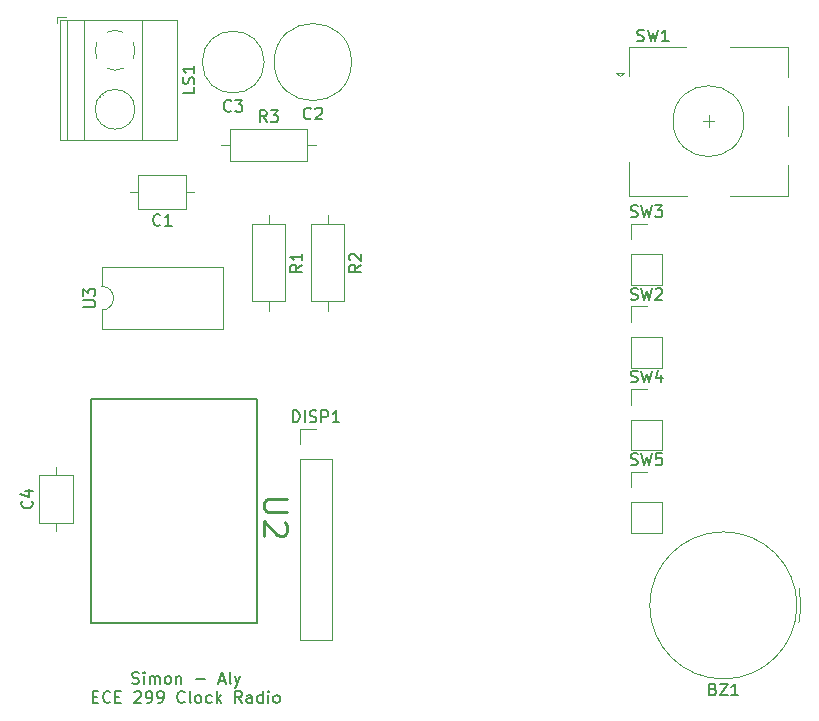
<source format=gbr>
%TF.GenerationSoftware,KiCad,Pcbnew,(6.0.4)*%
%TF.CreationDate,2023-07-03T21:21:24-07:00*%
%TF.ProjectId,299_RadioConfig,3239395f-5261-4646-996f-436f6e666967,rev?*%
%TF.SameCoordinates,Original*%
%TF.FileFunction,Legend,Top*%
%TF.FilePolarity,Positive*%
%FSLAX46Y46*%
G04 Gerber Fmt 4.6, Leading zero omitted, Abs format (unit mm)*
G04 Created by KiCad (PCBNEW (6.0.4)) date 2023-07-03 21:21:24*
%MOMM*%
%LPD*%
G01*
G04 APERTURE LIST*
%ADD10C,0.150000*%
%ADD11C,0.250000*%
%ADD12C,0.120000*%
G04 APERTURE END LIST*
D10*
X138452380Y-105599761D02*
X138595238Y-105647380D01*
X138833333Y-105647380D01*
X138928571Y-105599761D01*
X138976190Y-105552142D01*
X139023809Y-105456904D01*
X139023809Y-105361666D01*
X138976190Y-105266428D01*
X138928571Y-105218809D01*
X138833333Y-105171190D01*
X138642857Y-105123571D01*
X138547619Y-105075952D01*
X138500000Y-105028333D01*
X138452380Y-104933095D01*
X138452380Y-104837857D01*
X138500000Y-104742619D01*
X138547619Y-104695000D01*
X138642857Y-104647380D01*
X138880952Y-104647380D01*
X139023809Y-104695000D01*
X139452380Y-105647380D02*
X139452380Y-104980714D01*
X139452380Y-104647380D02*
X139404761Y-104695000D01*
X139452380Y-104742619D01*
X139500000Y-104695000D01*
X139452380Y-104647380D01*
X139452380Y-104742619D01*
X139928571Y-105647380D02*
X139928571Y-104980714D01*
X139928571Y-105075952D02*
X139976190Y-105028333D01*
X140071428Y-104980714D01*
X140214285Y-104980714D01*
X140309523Y-105028333D01*
X140357142Y-105123571D01*
X140357142Y-105647380D01*
X140357142Y-105123571D02*
X140404761Y-105028333D01*
X140500000Y-104980714D01*
X140642857Y-104980714D01*
X140738095Y-105028333D01*
X140785714Y-105123571D01*
X140785714Y-105647380D01*
X141404761Y-105647380D02*
X141309523Y-105599761D01*
X141261904Y-105552142D01*
X141214285Y-105456904D01*
X141214285Y-105171190D01*
X141261904Y-105075952D01*
X141309523Y-105028333D01*
X141404761Y-104980714D01*
X141547619Y-104980714D01*
X141642857Y-105028333D01*
X141690476Y-105075952D01*
X141738095Y-105171190D01*
X141738095Y-105456904D01*
X141690476Y-105552142D01*
X141642857Y-105599761D01*
X141547619Y-105647380D01*
X141404761Y-105647380D01*
X142166666Y-104980714D02*
X142166666Y-105647380D01*
X142166666Y-105075952D02*
X142214285Y-105028333D01*
X142309523Y-104980714D01*
X142452380Y-104980714D01*
X142547619Y-105028333D01*
X142595238Y-105123571D01*
X142595238Y-105647380D01*
X143833333Y-105266428D02*
X144595238Y-105266428D01*
X145785714Y-105361666D02*
X146261904Y-105361666D01*
X145690476Y-105647380D02*
X146023809Y-104647380D01*
X146357142Y-105647380D01*
X146833333Y-105647380D02*
X146738095Y-105599761D01*
X146690476Y-105504523D01*
X146690476Y-104647380D01*
X147119047Y-104980714D02*
X147357142Y-105647380D01*
X147595238Y-104980714D02*
X147357142Y-105647380D01*
X147261904Y-105885476D01*
X147214285Y-105933095D01*
X147119047Y-105980714D01*
X135119047Y-106733571D02*
X135452380Y-106733571D01*
X135595238Y-107257380D02*
X135119047Y-107257380D01*
X135119047Y-106257380D01*
X135595238Y-106257380D01*
X136595238Y-107162142D02*
X136547619Y-107209761D01*
X136404761Y-107257380D01*
X136309523Y-107257380D01*
X136166666Y-107209761D01*
X136071428Y-107114523D01*
X136023809Y-107019285D01*
X135976190Y-106828809D01*
X135976190Y-106685952D01*
X136023809Y-106495476D01*
X136071428Y-106400238D01*
X136166666Y-106305000D01*
X136309523Y-106257380D01*
X136404761Y-106257380D01*
X136547619Y-106305000D01*
X136595238Y-106352619D01*
X137023809Y-106733571D02*
X137357142Y-106733571D01*
X137500000Y-107257380D02*
X137023809Y-107257380D01*
X137023809Y-106257380D01*
X137500000Y-106257380D01*
X138642857Y-106352619D02*
X138690476Y-106305000D01*
X138785714Y-106257380D01*
X139023809Y-106257380D01*
X139119047Y-106305000D01*
X139166666Y-106352619D01*
X139214285Y-106447857D01*
X139214285Y-106543095D01*
X139166666Y-106685952D01*
X138595238Y-107257380D01*
X139214285Y-107257380D01*
X139690476Y-107257380D02*
X139880952Y-107257380D01*
X139976190Y-107209761D01*
X140023809Y-107162142D01*
X140119047Y-107019285D01*
X140166666Y-106828809D01*
X140166666Y-106447857D01*
X140119047Y-106352619D01*
X140071428Y-106305000D01*
X139976190Y-106257380D01*
X139785714Y-106257380D01*
X139690476Y-106305000D01*
X139642857Y-106352619D01*
X139595238Y-106447857D01*
X139595238Y-106685952D01*
X139642857Y-106781190D01*
X139690476Y-106828809D01*
X139785714Y-106876428D01*
X139976190Y-106876428D01*
X140071428Y-106828809D01*
X140119047Y-106781190D01*
X140166666Y-106685952D01*
X140642857Y-107257380D02*
X140833333Y-107257380D01*
X140928571Y-107209761D01*
X140976190Y-107162142D01*
X141071428Y-107019285D01*
X141119047Y-106828809D01*
X141119047Y-106447857D01*
X141071428Y-106352619D01*
X141023809Y-106305000D01*
X140928571Y-106257380D01*
X140738095Y-106257380D01*
X140642857Y-106305000D01*
X140595238Y-106352619D01*
X140547619Y-106447857D01*
X140547619Y-106685952D01*
X140595238Y-106781190D01*
X140642857Y-106828809D01*
X140738095Y-106876428D01*
X140928571Y-106876428D01*
X141023809Y-106828809D01*
X141071428Y-106781190D01*
X141119047Y-106685952D01*
X142880952Y-107162142D02*
X142833333Y-107209761D01*
X142690476Y-107257380D01*
X142595238Y-107257380D01*
X142452380Y-107209761D01*
X142357142Y-107114523D01*
X142309523Y-107019285D01*
X142261904Y-106828809D01*
X142261904Y-106685952D01*
X142309523Y-106495476D01*
X142357142Y-106400238D01*
X142452380Y-106305000D01*
X142595238Y-106257380D01*
X142690476Y-106257380D01*
X142833333Y-106305000D01*
X142880952Y-106352619D01*
X143452380Y-107257380D02*
X143357142Y-107209761D01*
X143309523Y-107114523D01*
X143309523Y-106257380D01*
X143976190Y-107257380D02*
X143880952Y-107209761D01*
X143833333Y-107162142D01*
X143785714Y-107066904D01*
X143785714Y-106781190D01*
X143833333Y-106685952D01*
X143880952Y-106638333D01*
X143976190Y-106590714D01*
X144119047Y-106590714D01*
X144214285Y-106638333D01*
X144261904Y-106685952D01*
X144309523Y-106781190D01*
X144309523Y-107066904D01*
X144261904Y-107162142D01*
X144214285Y-107209761D01*
X144119047Y-107257380D01*
X143976190Y-107257380D01*
X145166666Y-107209761D02*
X145071428Y-107257380D01*
X144880952Y-107257380D01*
X144785714Y-107209761D01*
X144738095Y-107162142D01*
X144690476Y-107066904D01*
X144690476Y-106781190D01*
X144738095Y-106685952D01*
X144785714Y-106638333D01*
X144880952Y-106590714D01*
X145071428Y-106590714D01*
X145166666Y-106638333D01*
X145595238Y-107257380D02*
X145595238Y-106257380D01*
X145690476Y-106876428D02*
X145976190Y-107257380D01*
X145976190Y-106590714D02*
X145595238Y-106971666D01*
X147738095Y-107257380D02*
X147404761Y-106781190D01*
X147166666Y-107257380D02*
X147166666Y-106257380D01*
X147547619Y-106257380D01*
X147642857Y-106305000D01*
X147690476Y-106352619D01*
X147738095Y-106447857D01*
X147738095Y-106590714D01*
X147690476Y-106685952D01*
X147642857Y-106733571D01*
X147547619Y-106781190D01*
X147166666Y-106781190D01*
X148595238Y-107257380D02*
X148595238Y-106733571D01*
X148547619Y-106638333D01*
X148452380Y-106590714D01*
X148261904Y-106590714D01*
X148166666Y-106638333D01*
X148595238Y-107209761D02*
X148500000Y-107257380D01*
X148261904Y-107257380D01*
X148166666Y-107209761D01*
X148119047Y-107114523D01*
X148119047Y-107019285D01*
X148166666Y-106924047D01*
X148261904Y-106876428D01*
X148500000Y-106876428D01*
X148595238Y-106828809D01*
X149500000Y-107257380D02*
X149500000Y-106257380D01*
X149500000Y-107209761D02*
X149404761Y-107257380D01*
X149214285Y-107257380D01*
X149119047Y-107209761D01*
X149071428Y-107162142D01*
X149023809Y-107066904D01*
X149023809Y-106781190D01*
X149071428Y-106685952D01*
X149119047Y-106638333D01*
X149214285Y-106590714D01*
X149404761Y-106590714D01*
X149500000Y-106638333D01*
X149976190Y-107257380D02*
X149976190Y-106590714D01*
X149976190Y-106257380D02*
X149928571Y-106305000D01*
X149976190Y-106352619D01*
X150023809Y-106305000D01*
X149976190Y-106257380D01*
X149976190Y-106352619D01*
X150595238Y-107257380D02*
X150500000Y-107209761D01*
X150452380Y-107162142D01*
X150404761Y-107066904D01*
X150404761Y-106781190D01*
X150452380Y-106685952D01*
X150500000Y-106638333D01*
X150595238Y-106590714D01*
X150738095Y-106590714D01*
X150833333Y-106638333D01*
X150880952Y-106685952D01*
X150928571Y-106781190D01*
X150928571Y-107066904D01*
X150880952Y-107162142D01*
X150833333Y-107209761D01*
X150738095Y-107257380D01*
X150595238Y-107257380D01*
D11*
%TO.C,U2*%
X151595238Y-89976190D02*
X149976190Y-89976190D01*
X149785714Y-90071428D01*
X149690476Y-90166666D01*
X149595238Y-90357142D01*
X149595238Y-90738095D01*
X149690476Y-90928571D01*
X149785714Y-91023809D01*
X149976190Y-91119047D01*
X151595238Y-91119047D01*
X151404761Y-91976190D02*
X151500000Y-92071428D01*
X151595238Y-92261904D01*
X151595238Y-92738095D01*
X151500000Y-92928571D01*
X151404761Y-93023809D01*
X151214285Y-93119047D01*
X151023809Y-93119047D01*
X150738095Y-93023809D01*
X149595238Y-91880952D01*
X149595238Y-93119047D01*
D10*
%TO.C,C3*%
X146833333Y-57107142D02*
X146785714Y-57154761D01*
X146642857Y-57202380D01*
X146547619Y-57202380D01*
X146404761Y-57154761D01*
X146309523Y-57059523D01*
X146261904Y-56964285D01*
X146214285Y-56773809D01*
X146214285Y-56630952D01*
X146261904Y-56440476D01*
X146309523Y-56345238D01*
X146404761Y-56250000D01*
X146547619Y-56202380D01*
X146642857Y-56202380D01*
X146785714Y-56250000D01*
X146833333Y-56297619D01*
X147166666Y-56202380D02*
X147785714Y-56202380D01*
X147452380Y-56583333D01*
X147595238Y-56583333D01*
X147690476Y-56630952D01*
X147738095Y-56678571D01*
X147785714Y-56773809D01*
X147785714Y-57011904D01*
X147738095Y-57107142D01*
X147690476Y-57154761D01*
X147595238Y-57202380D01*
X147309523Y-57202380D01*
X147214285Y-57154761D01*
X147166666Y-57107142D01*
%TO.C,C2*%
X153583333Y-57757142D02*
X153535714Y-57804761D01*
X153392857Y-57852380D01*
X153297619Y-57852380D01*
X153154761Y-57804761D01*
X153059523Y-57709523D01*
X153011904Y-57614285D01*
X152964285Y-57423809D01*
X152964285Y-57280952D01*
X153011904Y-57090476D01*
X153059523Y-56995238D01*
X153154761Y-56900000D01*
X153297619Y-56852380D01*
X153392857Y-56852380D01*
X153535714Y-56900000D01*
X153583333Y-56947619D01*
X153964285Y-56947619D02*
X154011904Y-56900000D01*
X154107142Y-56852380D01*
X154345238Y-56852380D01*
X154440476Y-56900000D01*
X154488095Y-56947619D01*
X154535714Y-57042857D01*
X154535714Y-57138095D01*
X154488095Y-57280952D01*
X153916666Y-57852380D01*
X154535714Y-57852380D01*
%TO.C,R1*%
X152822380Y-70166666D02*
X152346190Y-70500000D01*
X152822380Y-70738095D02*
X151822380Y-70738095D01*
X151822380Y-70357142D01*
X151870000Y-70261904D01*
X151917619Y-70214285D01*
X152012857Y-70166666D01*
X152155714Y-70166666D01*
X152250952Y-70214285D01*
X152298571Y-70261904D01*
X152346190Y-70357142D01*
X152346190Y-70738095D01*
X152822380Y-69214285D02*
X152822380Y-69785714D01*
X152822380Y-69500000D02*
X151822380Y-69500000D01*
X151965238Y-69595238D01*
X152060476Y-69690476D01*
X152108095Y-69785714D01*
%TO.C,SW5*%
X180666666Y-87074761D02*
X180809523Y-87122380D01*
X181047619Y-87122380D01*
X181142857Y-87074761D01*
X181190476Y-87027142D01*
X181238095Y-86931904D01*
X181238095Y-86836666D01*
X181190476Y-86741428D01*
X181142857Y-86693809D01*
X181047619Y-86646190D01*
X180857142Y-86598571D01*
X180761904Y-86550952D01*
X180714285Y-86503333D01*
X180666666Y-86408095D01*
X180666666Y-86312857D01*
X180714285Y-86217619D01*
X180761904Y-86170000D01*
X180857142Y-86122380D01*
X181095238Y-86122380D01*
X181238095Y-86170000D01*
X181571428Y-86122380D02*
X181809523Y-87122380D01*
X182000000Y-86408095D01*
X182190476Y-87122380D01*
X182428571Y-86122380D01*
X183285714Y-86122380D02*
X182809523Y-86122380D01*
X182761904Y-86598571D01*
X182809523Y-86550952D01*
X182904761Y-86503333D01*
X183142857Y-86503333D01*
X183238095Y-86550952D01*
X183285714Y-86598571D01*
X183333333Y-86693809D01*
X183333333Y-86931904D01*
X183285714Y-87027142D01*
X183238095Y-87074761D01*
X183142857Y-87122380D01*
X182904761Y-87122380D01*
X182809523Y-87074761D01*
X182761904Y-87027142D01*
%TO.C,R2*%
X157822380Y-70166666D02*
X157346190Y-70500000D01*
X157822380Y-70738095D02*
X156822380Y-70738095D01*
X156822380Y-70357142D01*
X156870000Y-70261904D01*
X156917619Y-70214285D01*
X157012857Y-70166666D01*
X157155714Y-70166666D01*
X157250952Y-70214285D01*
X157298571Y-70261904D01*
X157346190Y-70357142D01*
X157346190Y-70738095D01*
X156917619Y-69785714D02*
X156870000Y-69738095D01*
X156822380Y-69642857D01*
X156822380Y-69404761D01*
X156870000Y-69309523D01*
X156917619Y-69261904D01*
X157012857Y-69214285D01*
X157108095Y-69214285D01*
X157250952Y-69261904D01*
X157822380Y-69833333D01*
X157822380Y-69214285D01*
%TO.C,LS1*%
X143712380Y-55142857D02*
X143712380Y-55619047D01*
X142712380Y-55619047D01*
X143664761Y-54857142D02*
X143712380Y-54714285D01*
X143712380Y-54476190D01*
X143664761Y-54380952D01*
X143617142Y-54333333D01*
X143521904Y-54285714D01*
X143426666Y-54285714D01*
X143331428Y-54333333D01*
X143283809Y-54380952D01*
X143236190Y-54476190D01*
X143188571Y-54666666D01*
X143140952Y-54761904D01*
X143093333Y-54809523D01*
X142998095Y-54857142D01*
X142902857Y-54857142D01*
X142807619Y-54809523D01*
X142760000Y-54761904D01*
X142712380Y-54666666D01*
X142712380Y-54428571D01*
X142760000Y-54285714D01*
X143712380Y-53333333D02*
X143712380Y-53904761D01*
X143712380Y-53619047D02*
X142712380Y-53619047D01*
X142855238Y-53714285D01*
X142950476Y-53809523D01*
X142998095Y-53904761D01*
%TO.C,SW1*%
X181216666Y-51204761D02*
X181359523Y-51252380D01*
X181597619Y-51252380D01*
X181692857Y-51204761D01*
X181740476Y-51157142D01*
X181788095Y-51061904D01*
X181788095Y-50966666D01*
X181740476Y-50871428D01*
X181692857Y-50823809D01*
X181597619Y-50776190D01*
X181407142Y-50728571D01*
X181311904Y-50680952D01*
X181264285Y-50633333D01*
X181216666Y-50538095D01*
X181216666Y-50442857D01*
X181264285Y-50347619D01*
X181311904Y-50300000D01*
X181407142Y-50252380D01*
X181645238Y-50252380D01*
X181788095Y-50300000D01*
X182121428Y-50252380D02*
X182359523Y-51252380D01*
X182550000Y-50538095D01*
X182740476Y-51252380D01*
X182978571Y-50252380D01*
X183883333Y-51252380D02*
X183311904Y-51252380D01*
X183597619Y-51252380D02*
X183597619Y-50252380D01*
X183502380Y-50395238D01*
X183407142Y-50490476D01*
X183311904Y-50538095D01*
%TO.C,SW3*%
X180666666Y-66074761D02*
X180809523Y-66122380D01*
X181047619Y-66122380D01*
X181142857Y-66074761D01*
X181190476Y-66027142D01*
X181238095Y-65931904D01*
X181238095Y-65836666D01*
X181190476Y-65741428D01*
X181142857Y-65693809D01*
X181047619Y-65646190D01*
X180857142Y-65598571D01*
X180761904Y-65550952D01*
X180714285Y-65503333D01*
X180666666Y-65408095D01*
X180666666Y-65312857D01*
X180714285Y-65217619D01*
X180761904Y-65170000D01*
X180857142Y-65122380D01*
X181095238Y-65122380D01*
X181238095Y-65170000D01*
X181571428Y-65122380D02*
X181809523Y-66122380D01*
X182000000Y-65408095D01*
X182190476Y-66122380D01*
X182428571Y-65122380D01*
X182714285Y-65122380D02*
X183333333Y-65122380D01*
X183000000Y-65503333D01*
X183142857Y-65503333D01*
X183238095Y-65550952D01*
X183285714Y-65598571D01*
X183333333Y-65693809D01*
X183333333Y-65931904D01*
X183285714Y-66027142D01*
X183238095Y-66074761D01*
X183142857Y-66122380D01*
X182857142Y-66122380D01*
X182761904Y-66074761D01*
X182714285Y-66027142D01*
%TO.C,R3*%
X149833333Y-58082380D02*
X149500000Y-57606190D01*
X149261904Y-58082380D02*
X149261904Y-57082380D01*
X149642857Y-57082380D01*
X149738095Y-57130000D01*
X149785714Y-57177619D01*
X149833333Y-57272857D01*
X149833333Y-57415714D01*
X149785714Y-57510952D01*
X149738095Y-57558571D01*
X149642857Y-57606190D01*
X149261904Y-57606190D01*
X150166666Y-57082380D02*
X150785714Y-57082380D01*
X150452380Y-57463333D01*
X150595238Y-57463333D01*
X150690476Y-57510952D01*
X150738095Y-57558571D01*
X150785714Y-57653809D01*
X150785714Y-57891904D01*
X150738095Y-57987142D01*
X150690476Y-58034761D01*
X150595238Y-58082380D01*
X150309523Y-58082380D01*
X150214285Y-58034761D01*
X150166666Y-57987142D01*
%TO.C,SW2*%
X180666666Y-73074761D02*
X180809523Y-73122380D01*
X181047619Y-73122380D01*
X181142857Y-73074761D01*
X181190476Y-73027142D01*
X181238095Y-72931904D01*
X181238095Y-72836666D01*
X181190476Y-72741428D01*
X181142857Y-72693809D01*
X181047619Y-72646190D01*
X180857142Y-72598571D01*
X180761904Y-72550952D01*
X180714285Y-72503333D01*
X180666666Y-72408095D01*
X180666666Y-72312857D01*
X180714285Y-72217619D01*
X180761904Y-72170000D01*
X180857142Y-72122380D01*
X181095238Y-72122380D01*
X181238095Y-72170000D01*
X181571428Y-72122380D02*
X181809523Y-73122380D01*
X182000000Y-72408095D01*
X182190476Y-73122380D01*
X182428571Y-72122380D01*
X182761904Y-72217619D02*
X182809523Y-72170000D01*
X182904761Y-72122380D01*
X183142857Y-72122380D01*
X183238095Y-72170000D01*
X183285714Y-72217619D01*
X183333333Y-72312857D01*
X183333333Y-72408095D01*
X183285714Y-72550952D01*
X182714285Y-73122380D01*
X183333333Y-73122380D01*
%TO.C,BZ1*%
X187619047Y-106098571D02*
X187761904Y-106146190D01*
X187809523Y-106193809D01*
X187857142Y-106289047D01*
X187857142Y-106431904D01*
X187809523Y-106527142D01*
X187761904Y-106574761D01*
X187666666Y-106622380D01*
X187285714Y-106622380D01*
X187285714Y-105622380D01*
X187619047Y-105622380D01*
X187714285Y-105670000D01*
X187761904Y-105717619D01*
X187809523Y-105812857D01*
X187809523Y-105908095D01*
X187761904Y-106003333D01*
X187714285Y-106050952D01*
X187619047Y-106098571D01*
X187285714Y-106098571D01*
X188190476Y-105622380D02*
X188857142Y-105622380D01*
X188190476Y-106622380D01*
X188857142Y-106622380D01*
X189761904Y-106622380D02*
X189190476Y-106622380D01*
X189476190Y-106622380D02*
X189476190Y-105622380D01*
X189380952Y-105765238D01*
X189285714Y-105860476D01*
X189190476Y-105908095D01*
%TO.C,C1*%
X140833333Y-66777142D02*
X140785714Y-66824761D01*
X140642857Y-66872380D01*
X140547619Y-66872380D01*
X140404761Y-66824761D01*
X140309523Y-66729523D01*
X140261904Y-66634285D01*
X140214285Y-66443809D01*
X140214285Y-66300952D01*
X140261904Y-66110476D01*
X140309523Y-66015238D01*
X140404761Y-65920000D01*
X140547619Y-65872380D01*
X140642857Y-65872380D01*
X140785714Y-65920000D01*
X140833333Y-65967619D01*
X141785714Y-66872380D02*
X141214285Y-66872380D01*
X141500000Y-66872380D02*
X141500000Y-65872380D01*
X141404761Y-66015238D01*
X141309523Y-66110476D01*
X141214285Y-66158095D01*
%TO.C,U3*%
X134322380Y-73751904D02*
X135131904Y-73751904D01*
X135227142Y-73704285D01*
X135274761Y-73656666D01*
X135322380Y-73561428D01*
X135322380Y-73370952D01*
X135274761Y-73275714D01*
X135227142Y-73228095D01*
X135131904Y-73180476D01*
X134322380Y-73180476D01*
X134322380Y-72799523D02*
X134322380Y-72180476D01*
X134703333Y-72513809D01*
X134703333Y-72370952D01*
X134750952Y-72275714D01*
X134798571Y-72228095D01*
X134893809Y-72180476D01*
X135131904Y-72180476D01*
X135227142Y-72228095D01*
X135274761Y-72275714D01*
X135322380Y-72370952D01*
X135322380Y-72656666D01*
X135274761Y-72751904D01*
X135227142Y-72799523D01*
%TO.C,DISP1*%
X152047619Y-83497380D02*
X152047619Y-82497380D01*
X152285714Y-82497380D01*
X152428571Y-82545000D01*
X152523809Y-82640238D01*
X152571428Y-82735476D01*
X152619047Y-82925952D01*
X152619047Y-83068809D01*
X152571428Y-83259285D01*
X152523809Y-83354523D01*
X152428571Y-83449761D01*
X152285714Y-83497380D01*
X152047619Y-83497380D01*
X153047619Y-83497380D02*
X153047619Y-82497380D01*
X153476190Y-83449761D02*
X153619047Y-83497380D01*
X153857142Y-83497380D01*
X153952380Y-83449761D01*
X154000000Y-83402142D01*
X154047619Y-83306904D01*
X154047619Y-83211666D01*
X154000000Y-83116428D01*
X153952380Y-83068809D01*
X153857142Y-83021190D01*
X153666666Y-82973571D01*
X153571428Y-82925952D01*
X153523809Y-82878333D01*
X153476190Y-82783095D01*
X153476190Y-82687857D01*
X153523809Y-82592619D01*
X153571428Y-82545000D01*
X153666666Y-82497380D01*
X153904761Y-82497380D01*
X154047619Y-82545000D01*
X154476190Y-83497380D02*
X154476190Y-82497380D01*
X154857142Y-82497380D01*
X154952380Y-82545000D01*
X155000000Y-82592619D01*
X155047619Y-82687857D01*
X155047619Y-82830714D01*
X155000000Y-82925952D01*
X154952380Y-82973571D01*
X154857142Y-83021190D01*
X154476190Y-83021190D01*
X156000000Y-83497380D02*
X155428571Y-83497380D01*
X155714285Y-83497380D02*
X155714285Y-82497380D01*
X155619047Y-82640238D01*
X155523809Y-82735476D01*
X155428571Y-82783095D01*
%TO.C,SW4*%
X180666666Y-80074761D02*
X180809523Y-80122380D01*
X181047619Y-80122380D01*
X181142857Y-80074761D01*
X181190476Y-80027142D01*
X181238095Y-79931904D01*
X181238095Y-79836666D01*
X181190476Y-79741428D01*
X181142857Y-79693809D01*
X181047619Y-79646190D01*
X180857142Y-79598571D01*
X180761904Y-79550952D01*
X180714285Y-79503333D01*
X180666666Y-79408095D01*
X180666666Y-79312857D01*
X180714285Y-79217619D01*
X180761904Y-79170000D01*
X180857142Y-79122380D01*
X181095238Y-79122380D01*
X181238095Y-79170000D01*
X181571428Y-79122380D02*
X181809523Y-80122380D01*
X182000000Y-79408095D01*
X182190476Y-80122380D01*
X182428571Y-79122380D01*
X183238095Y-79455714D02*
X183238095Y-80122380D01*
X183000000Y-79074761D02*
X182761904Y-79789047D01*
X183380952Y-79789047D01*
%TO.C,C4*%
X129937142Y-90166666D02*
X129984761Y-90214285D01*
X130032380Y-90357142D01*
X130032380Y-90452380D01*
X129984761Y-90595238D01*
X129889523Y-90690476D01*
X129794285Y-90738095D01*
X129603809Y-90785714D01*
X129460952Y-90785714D01*
X129270476Y-90738095D01*
X129175238Y-90690476D01*
X129080000Y-90595238D01*
X129032380Y-90452380D01*
X129032380Y-90357142D01*
X129080000Y-90214285D01*
X129127619Y-90166666D01*
X129365714Y-89309523D02*
X130032380Y-89309523D01*
X128984761Y-89547619D02*
X129699047Y-89785714D01*
X129699047Y-89166666D01*
%TO.C,U2*%
X149000000Y-81500000D02*
X135000000Y-81500000D01*
X135000000Y-81500000D02*
X135000000Y-100500000D01*
X135000000Y-100500000D02*
X149000000Y-100500000D01*
X149000000Y-100500000D02*
X149000000Y-81500000D01*
D12*
%TO.C,C3*%
X149620000Y-53000000D02*
G75*
G03*
X149620000Y-53000000I-2620000J0D01*
G01*
%TO.C,C2*%
X157020000Y-53000000D02*
G75*
G03*
X157020000Y-53000000I-3270000J0D01*
G01*
%TO.C,R1*%
X148630000Y-66730000D02*
X148630000Y-73270000D01*
X150000000Y-65960000D02*
X150000000Y-66730000D01*
X148630000Y-73270000D02*
X151370000Y-73270000D01*
X151370000Y-73270000D02*
X151370000Y-66730000D01*
X151370000Y-66730000D02*
X148630000Y-66730000D01*
X150000000Y-74040000D02*
X150000000Y-73270000D01*
%TO.C,SW5*%
X180670000Y-87670000D02*
X182000000Y-87670000D01*
X183330000Y-90270000D02*
X183330000Y-92870000D01*
X180670000Y-90270000D02*
X180670000Y-92870000D01*
X180670000Y-90270000D02*
X183330000Y-90270000D01*
X180670000Y-89000000D02*
X180670000Y-87670000D01*
X180670000Y-92870000D02*
X183330000Y-92870000D01*
%TO.C,R2*%
X155000000Y-74040000D02*
X155000000Y-73270000D01*
X153630000Y-73270000D02*
X156370000Y-73270000D01*
X156370000Y-73270000D02*
X156370000Y-66730000D01*
X155000000Y-65960000D02*
X155000000Y-66730000D01*
X153630000Y-66730000D02*
X153630000Y-73270000D01*
X156370000Y-66730000D02*
X153630000Y-66730000D01*
%TO.C,LS1*%
X142261000Y-59560000D02*
X132340000Y-59560000D01*
X135761000Y-55966000D02*
X135726000Y-55931000D01*
X139301000Y-49440000D02*
X139301000Y-59560000D01*
X142261000Y-49440000D02*
X142261000Y-59560000D01*
X132900000Y-49440000D02*
X132900000Y-59560000D01*
X134400000Y-49440000D02*
X134400000Y-59560000D01*
X132100000Y-49200000D02*
X132100000Y-49700000D01*
X132840000Y-49200000D02*
X132100000Y-49200000D01*
X132340000Y-49440000D02*
X132340000Y-59560000D01*
X138275000Y-58070000D02*
X138239000Y-58035000D01*
X135977000Y-55773000D02*
X135931000Y-55726000D01*
X142261000Y-49440000D02*
X132340000Y-49440000D01*
X138069000Y-58275000D02*
X138023000Y-58228000D01*
X137684000Y-50465000D02*
G75*
G03*
X136316958Y-50464573I-684001J-1534993D01*
G01*
X136316000Y-53535001D02*
G75*
G03*
X137683042Y-53535427I684000J1535001D01*
G01*
X135465000Y-51316000D02*
G75*
G03*
X135319747Y-52028805I1535001J-683999D01*
G01*
X138535000Y-52684000D02*
G75*
G03*
X138535427Y-51316958I-1534993J684001D01*
G01*
X135320000Y-52000000D02*
G75*
G03*
X135465244Y-52683318I1680000J0D01*
G01*
X138680000Y-57000000D02*
G75*
G03*
X138680000Y-57000000I-1680000J0D01*
G01*
%TO.C,SW1*%
X185350000Y-51700000D02*
X180550000Y-51700000D01*
X185450000Y-64300000D02*
X180550000Y-64300000D01*
X193950000Y-51700000D02*
X193950000Y-54300000D01*
X189050000Y-51700000D02*
X193950000Y-51700000D01*
X187250000Y-57500000D02*
X187250000Y-58500000D01*
X193950000Y-64300000D02*
X189050000Y-64300000D01*
X193950000Y-61700000D02*
X193950000Y-64300000D01*
X186750000Y-58000000D02*
X187750000Y-58000000D01*
X179450000Y-53900000D02*
X180050000Y-53900000D01*
X180050000Y-53900000D02*
X179750000Y-54200000D01*
X180550000Y-64300000D02*
X180550000Y-61500000D01*
X193950000Y-56700000D02*
X193950000Y-59300000D01*
X179750000Y-54200000D02*
X179450000Y-53900000D01*
X180550000Y-51700000D02*
X180550000Y-54200000D01*
X190250000Y-58000000D02*
G75*
G03*
X190250000Y-58000000I-3000000J0D01*
G01*
%TO.C,SW3*%
X180670000Y-69270000D02*
X180670000Y-71870000D01*
X183330000Y-69270000D02*
X183330000Y-71870000D01*
X180670000Y-68000000D02*
X180670000Y-66670000D01*
X180670000Y-71870000D02*
X183330000Y-71870000D01*
X180670000Y-69270000D02*
X183330000Y-69270000D01*
X180670000Y-66670000D02*
X182000000Y-66670000D01*
%TO.C,R3*%
X146730000Y-61370000D02*
X153270000Y-61370000D01*
X146730000Y-58630000D02*
X146730000Y-61370000D01*
X153270000Y-61370000D02*
X153270000Y-58630000D01*
X154040000Y-60000000D02*
X153270000Y-60000000D01*
X153270000Y-58630000D02*
X146730000Y-58630000D01*
X145960000Y-60000000D02*
X146730000Y-60000000D01*
%TO.C,SW2*%
X180670000Y-78870000D02*
X183330000Y-78870000D01*
X180670000Y-76270000D02*
X183330000Y-76270000D01*
X180670000Y-76270000D02*
X180670000Y-78870000D01*
X183330000Y-76270000D02*
X183330000Y-78870000D01*
X180670000Y-75000000D02*
X180670000Y-73670000D01*
X180670000Y-73670000D02*
X182000000Y-73670000D01*
%TO.C,BZ1*%
X194900000Y-100500000D02*
G75*
G03*
X194900000Y-97500001I-6400000J1500000D01*
G01*
X194730000Y-99000000D02*
G75*
G03*
X194730000Y-99000000I-6230000J0D01*
G01*
%TO.C,C1*%
X138290000Y-64000000D02*
X138980000Y-64000000D01*
X143710000Y-64000000D02*
X143020000Y-64000000D01*
X138980000Y-62580000D02*
X138980000Y-65420000D01*
X143020000Y-65420000D02*
X143020000Y-62580000D01*
X143020000Y-62580000D02*
X138980000Y-62580000D01*
X138980000Y-65420000D02*
X143020000Y-65420000D01*
%TO.C,U3*%
X135870000Y-75640000D02*
X146150000Y-75640000D01*
X146150000Y-75640000D02*
X146150000Y-70340000D01*
X135870000Y-73990000D02*
X135870000Y-75640000D01*
X135870000Y-70340000D02*
X135870000Y-71990000D01*
X146150000Y-70340000D02*
X135870000Y-70340000D01*
X135870000Y-73990000D02*
G75*
G03*
X135870000Y-71990000I0J1000000D01*
G01*
%TO.C,DISP1*%
X152670000Y-101945000D02*
X155330000Y-101945000D01*
X155330000Y-86645000D02*
X155330000Y-101945000D01*
X152670000Y-85375000D02*
X152670000Y-84045000D01*
X152670000Y-86645000D02*
X152670000Y-101945000D01*
X152670000Y-86645000D02*
X155330000Y-86645000D01*
X152670000Y-84045000D02*
X154000000Y-84045000D01*
%TO.C,SW4*%
X180670000Y-85870000D02*
X183330000Y-85870000D01*
X180670000Y-83270000D02*
X183330000Y-83270000D01*
X180670000Y-80670000D02*
X182000000Y-80670000D01*
X183330000Y-83270000D02*
X183330000Y-85870000D01*
X180670000Y-82000000D02*
X180670000Y-80670000D01*
X180670000Y-83270000D02*
X180670000Y-85870000D01*
%TO.C,C4*%
X133420000Y-87980000D02*
X130580000Y-87980000D01*
X132000000Y-92710000D02*
X132000000Y-92020000D01*
X130580000Y-87980000D02*
X130580000Y-92020000D01*
X130580000Y-92020000D02*
X133420000Y-92020000D01*
X132000000Y-87290000D02*
X132000000Y-87980000D01*
X133420000Y-92020000D02*
X133420000Y-87980000D01*
%TD*%
M02*

</source>
